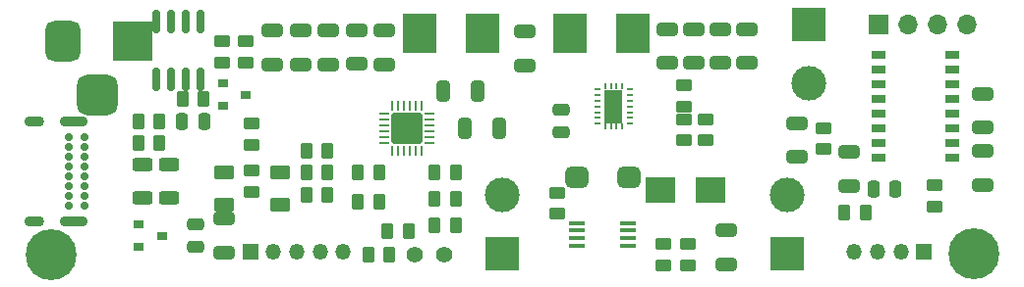
<source format=gts>
G04 #@! TF.GenerationSoftware,KiCad,Pcbnew,(6.99.0-3780-g6ddc5c1a6e)*
G04 #@! TF.CreationDate,2022-10-12T10:17:30+02:00*
G04 #@! TF.ProjectId,BalthazarPSU3,42616c74-6861-47a6-9172-505355332e6b,v02*
G04 #@! TF.SameCoordinates,Original*
G04 #@! TF.FileFunction,Soldermask,Top*
G04 #@! TF.FilePolarity,Negative*
%FSLAX46Y46*%
G04 Gerber Fmt 4.6, Leading zero omitted, Abs format (unit mm)*
G04 Created by KiCad (PCBNEW (6.99.0-3780-g6ddc5c1a6e)) date 2022-10-12 10:17:30*
%MOMM*%
%LPD*%
G01*
G04 APERTURE LIST*
G04 Aperture macros list*
%AMRoundRect*
0 Rectangle with rounded corners*
0 $1 Rounding radius*
0 $2 $3 $4 $5 $6 $7 $8 $9 X,Y pos of 4 corners*
0 Add a 4 corners polygon primitive as box body*
4,1,4,$2,$3,$4,$5,$6,$7,$8,$9,$2,$3,0*
0 Add four circle primitives for the rounded corners*
1,1,$1+$1,$2,$3*
1,1,$1+$1,$4,$5*
1,1,$1+$1,$6,$7*
1,1,$1+$1,$8,$9*
0 Add four rect primitives between the rounded corners*
20,1,$1+$1,$2,$3,$4,$5,0*
20,1,$1+$1,$4,$5,$6,$7,0*
20,1,$1+$1,$6,$7,$8,$9,0*
20,1,$1+$1,$8,$9,$2,$3,0*%
G04 Aperture macros list end*
%ADD10O,0.600000X0.240000*%
%ADD11R,1.580000X2.850000*%
%ADD12R,0.200000X0.575000*%
%ADD13RoundRect,0.250000X0.325000X0.650000X-0.325000X0.650000X-0.325000X-0.650000X0.325000X-0.650000X0*%
%ADD14RoundRect,0.250000X-0.650000X0.325000X-0.650000X-0.325000X0.650000X-0.325000X0.650000X0.325000X0*%
%ADD15RoundRect,0.250000X0.650000X-0.325000X0.650000X0.325000X-0.650000X0.325000X-0.650000X-0.325000X0*%
%ADD16RoundRect,0.250000X0.250000X0.475000X-0.250000X0.475000X-0.250000X-0.475000X0.250000X-0.475000X0*%
%ADD17RoundRect,0.250000X0.625000X-0.375000X0.625000X0.375000X-0.625000X0.375000X-0.625000X-0.375000X0*%
%ADD18RoundRect,0.250000X-0.450000X0.262500X-0.450000X-0.262500X0.450000X-0.262500X0.450000X0.262500X0*%
%ADD19RoundRect,0.250000X0.262500X0.450000X-0.262500X0.450000X-0.262500X-0.450000X0.262500X-0.450000X0*%
%ADD20RoundRect,0.250000X-0.262500X-0.450000X0.262500X-0.450000X0.262500X0.450000X-0.262500X0.450000X0*%
%ADD21RoundRect,0.250000X0.475000X-0.250000X0.475000X0.250000X-0.475000X0.250000X-0.475000X-0.250000X0*%
%ADD22RoundRect,0.250000X0.450000X-0.262500X0.450000X0.262500X-0.450000X0.262500X-0.450000X-0.262500X0*%
%ADD23R,1.300000X0.800000*%
%ADD24RoundRect,0.062500X-0.350000X-0.062500X0.350000X-0.062500X0.350000X0.062500X-0.350000X0.062500X0*%
%ADD25RoundRect,0.062500X-0.062500X-0.350000X0.062500X-0.350000X0.062500X0.350000X-0.062500X0.350000X0*%
%ADD26RoundRect,0.251100X-1.098900X-1.098900X1.098900X-1.098900X1.098900X1.098900X-1.098900X1.098900X0*%
%ADD27C,1.400000*%
%ADD28R,3.000000X3.000000*%
%ADD29C,3.000000*%
%ADD30C,0.700000*%
%ADD31O,2.400000X0.900000*%
%ADD32O,1.700000X0.900000*%
%ADD33R,2.950000X3.500000*%
%ADD34RoundRect,0.875000X-0.875000X-0.875000X0.875000X-0.875000X0.875000X0.875000X-0.875000X0.875000X0*%
%ADD35R,3.500000X3.500000*%
%ADD36RoundRect,0.750000X-0.750000X-1.000000X0.750000X-1.000000X0.750000X1.000000X-0.750000X1.000000X0*%
%ADD37R,0.900000X0.800000*%
%ADD38R,1.700000X1.700000*%
%ADD39O,1.700000X1.700000*%
%ADD40R,1.350000X1.350000*%
%ADD41O,1.350000X1.350000*%
%ADD42RoundRect,0.250000X-0.625000X0.312500X-0.625000X-0.312500X0.625000X-0.312500X0.625000X0.312500X0*%
%ADD43RoundRect,0.250000X0.625000X-0.312500X0.625000X0.312500X-0.625000X0.312500X-0.625000X-0.312500X0*%
%ADD44C,4.400000*%
%ADD45RoundRect,0.150000X0.150000X-0.825000X0.150000X0.825000X-0.150000X0.825000X-0.150000X-0.825000X0*%
%ADD46RoundRect,0.450000X-0.550000X-0.450000X0.550000X-0.450000X0.550000X0.450000X-0.550000X0.450000X0*%
%ADD47R,2.500000X2.300000*%
%ADD48R,1.450000X0.450000*%
G04 APERTURE END LIST*
D10*
X153849999Y-69457499D03*
X153849999Y-68957499D03*
X153849999Y-68457499D03*
X153849999Y-67957499D03*
X153849999Y-67457499D03*
X153849999Y-66957499D03*
X153849999Y-66457499D03*
X151049999Y-66457499D03*
X151049999Y-66957499D03*
X151049999Y-67457499D03*
X151049999Y-67957499D03*
X151049999Y-68457499D03*
X151049999Y-68957499D03*
X151049999Y-69457499D03*
D11*
X152449999Y-67957499D03*
D12*
X151759999Y-69669999D03*
X153139999Y-69669999D03*
X152679999Y-69669999D03*
X152219999Y-69669999D03*
X152219999Y-66244999D03*
X151759999Y-66244999D03*
X152679999Y-66244999D03*
X153139999Y-66244999D03*
D13*
X142575000Y-69850000D03*
X139625000Y-69850000D03*
D14*
X132715000Y-61390000D03*
X132715000Y-64340000D03*
X184277000Y-66851000D03*
X184277000Y-69801000D03*
X118872000Y-77646000D03*
X118872000Y-80596000D03*
X125476000Y-61390000D03*
X125476000Y-64340000D03*
D15*
X168275000Y-72341000D03*
X168275000Y-69391000D03*
X184277000Y-74754000D03*
X184277000Y-71804000D03*
D16*
X176718000Y-75057000D03*
X174818000Y-75057000D03*
D15*
X172720000Y-74832000D03*
X172720000Y-71882000D03*
D14*
X127889000Y-61390000D03*
X127889000Y-64340000D03*
D13*
X140730500Y-66611500D03*
X137780500Y-66611500D03*
D17*
X118872000Y-76457000D03*
X118872000Y-73657000D03*
X123698000Y-76457000D03*
X123698000Y-73657000D03*
D18*
X121285000Y-73509500D03*
X121285000Y-75334500D03*
D19*
X127785500Y-71755000D03*
X125960500Y-71755000D03*
X133119500Y-80772000D03*
X131294500Y-80772000D03*
X138837500Y-73660000D03*
X137012500Y-73660000D03*
D18*
X180086000Y-74779500D03*
X180086000Y-76604500D03*
D19*
X138834500Y-75946000D03*
X137009500Y-75946000D03*
D20*
X172315500Y-77089000D03*
X174140500Y-77089000D03*
D21*
X147955000Y-70165000D03*
X147955000Y-68265000D03*
D15*
X157099000Y-64213000D03*
X157099000Y-61263000D03*
X163957000Y-64216000D03*
X163957000Y-61266000D03*
X159385000Y-64210000D03*
X159385000Y-61260000D03*
X161671000Y-64213000D03*
X161671000Y-61263000D03*
D14*
X123063000Y-61390000D03*
X123063000Y-64340000D03*
D15*
X144780000Y-64418000D03*
X144780000Y-61468000D03*
D22*
X158496000Y-67968500D03*
X158496000Y-66143500D03*
X158496000Y-70889500D03*
X158496000Y-69064500D03*
D20*
X137009500Y-78232000D03*
X138834500Y-78232000D03*
D14*
X130302000Y-61341000D03*
X130302000Y-64291000D03*
D23*
X175284999Y-63494999D03*
X175284999Y-64774999D03*
X175284999Y-66034999D03*
X175284999Y-67304999D03*
X175284999Y-68584999D03*
X175284999Y-69854999D03*
X175284999Y-71114999D03*
X175284999Y-72394999D03*
X181584999Y-72394999D03*
X181584999Y-71114999D03*
X181584999Y-69854999D03*
X181584999Y-68584999D03*
X181584999Y-67304999D03*
X181584999Y-66034999D03*
X181584999Y-64774999D03*
X181584999Y-63494999D03*
D18*
X170561000Y-69826500D03*
X170561000Y-71651500D03*
D24*
X132657500Y-68600000D03*
X132657500Y-69100000D03*
X132657500Y-69600000D03*
X132657500Y-70100000D03*
X132657500Y-70600000D03*
X132657500Y-71100000D03*
D25*
X133370000Y-71812500D03*
X133870000Y-71812500D03*
X134370000Y-71812500D03*
X134870000Y-71812500D03*
X135370000Y-71812500D03*
X135870000Y-71812500D03*
D24*
X136582500Y-71100000D03*
X136582500Y-70600000D03*
X136582500Y-70100000D03*
X136582500Y-69600000D03*
X136582500Y-69100000D03*
X136582500Y-68600000D03*
D25*
X135870000Y-67887500D03*
X135370000Y-67887500D03*
X134870000Y-67887500D03*
X134370000Y-67887500D03*
X133870000Y-67887500D03*
X133370000Y-67887500D03*
D26*
X134620000Y-69850000D03*
D27*
X135275000Y-80772000D03*
X137815000Y-80772000D03*
D22*
X147574000Y-77239500D03*
X147574000Y-75414500D03*
D28*
X142874999Y-80644999D03*
D29*
X142875000Y-75565000D03*
D28*
X169290999Y-60832999D03*
D29*
X169291000Y-65913000D03*
D28*
X167385999Y-80644999D03*
D29*
X167386000Y-75565000D03*
D30*
X106895000Y-70612000D03*
X106895000Y-71462000D03*
X106895000Y-72312000D03*
X106895000Y-73162000D03*
X106895000Y-74012000D03*
X106895000Y-74862000D03*
X106895000Y-75712000D03*
X106895000Y-76562000D03*
X105545000Y-76562000D03*
X105545000Y-75712000D03*
X105545000Y-74862000D03*
X105545000Y-74012000D03*
X105545000Y-73162000D03*
X105545000Y-72312000D03*
X105545000Y-71462000D03*
X105545000Y-70612000D03*
D31*
X105914999Y-69261999D03*
D32*
X102534999Y-69261999D03*
D31*
X105914999Y-77911999D03*
D32*
X102534999Y-77911999D03*
D33*
X135704999Y-61594999D03*
X141154999Y-61594999D03*
X148658999Y-61594999D03*
X154108999Y-61594999D03*
D34*
X107998000Y-66988500D03*
D35*
X110997999Y-62288499D03*
D36*
X104998000Y-62288500D03*
D21*
X116459000Y-80071000D03*
X116459000Y-78171000D03*
D16*
X117155000Y-69215000D03*
X115255000Y-69215000D03*
D37*
X111521999Y-78170999D03*
X111521999Y-80070999D03*
X113521999Y-79120999D03*
X118760999Y-65978999D03*
X118760999Y-67878999D03*
X120760999Y-66928999D03*
D20*
X111482500Y-69215000D03*
X113307500Y-69215000D03*
D19*
X113307500Y-71120000D03*
X111482500Y-71120000D03*
D18*
X118745000Y-62333500D03*
X118745000Y-64158500D03*
D22*
X120777000Y-64158500D03*
X120777000Y-62333500D03*
D20*
X115292500Y-67310000D03*
X117117500Y-67310000D03*
D19*
X132230500Y-73660000D03*
X130405500Y-73660000D03*
X127785500Y-75565000D03*
X125960500Y-75565000D03*
X127785500Y-73660000D03*
X125960500Y-73660000D03*
D20*
X132942500Y-78740000D03*
X134767500Y-78740000D03*
D18*
X121285000Y-69445500D03*
X121285000Y-71270500D03*
D19*
X132227500Y-76200000D03*
X130402500Y-76200000D03*
D38*
X175259999Y-60832999D03*
D39*
X177799999Y-60832999D03*
X180339999Y-60832999D03*
X182879999Y-60832999D03*
D40*
X121157999Y-80517999D03*
D41*
X123157999Y-80517999D03*
X125157999Y-80517999D03*
X127157999Y-80517999D03*
X129157999Y-80517999D03*
D40*
X179196999Y-80517999D03*
D41*
X177196999Y-80517999D03*
X175196999Y-80517999D03*
X173196999Y-80517999D03*
D42*
X111887000Y-72959500D03*
X111887000Y-75884500D03*
D43*
X114173000Y-75884500D03*
X114173000Y-72959500D03*
D44*
X104013000Y-80772000D03*
X183515000Y-80645000D03*
D45*
X113030000Y-65594000D03*
X114300000Y-65594000D03*
X115570000Y-65594000D03*
X116840000Y-65594000D03*
X116840000Y-60644000D03*
X115570000Y-60644000D03*
X114300000Y-60644000D03*
X113030000Y-60644000D03*
D14*
X162179000Y-78662000D03*
X162179000Y-81612000D03*
D18*
X158877000Y-79859500D03*
X158877000Y-81684500D03*
D22*
X156718000Y-81684500D03*
X156718000Y-79859500D03*
D46*
X149261000Y-74041000D03*
X153761000Y-74041000D03*
D47*
X160772999Y-75183999D03*
X156472999Y-75183999D03*
D22*
X160401000Y-70889500D03*
X160401000Y-69064500D03*
D48*
X149310999Y-78018999D03*
X149310999Y-78668999D03*
X149310999Y-79318999D03*
X149310999Y-79968999D03*
X153710999Y-79968999D03*
X153710999Y-79318999D03*
X153710999Y-78668999D03*
X153710999Y-78018999D03*
M02*

</source>
